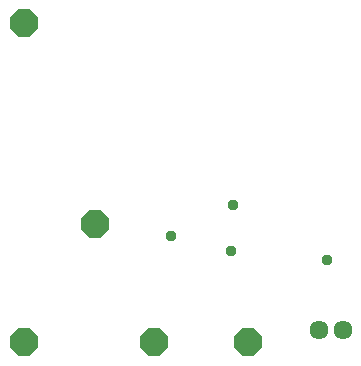
<source format=gbr>
G04 EAGLE Gerber RS-274X export*
G75*
%MOMM*%
%FSLAX34Y34*%
%LPD*%
%INSoldermask Bottom*%
%IPPOS*%
%AMOC8*
5,1,8,0,0,1.08239X$1,22.5*%
G01*
%ADD10P,2.556822X8X22.500000*%
%ADD11C,1.611200*%
%ADD12C,0.959600*%


D10*
X84000Y126000D03*
X24000Y26000D03*
X24000Y296000D03*
D11*
X274000Y36000D03*
X294000Y36000D03*
D10*
X214000Y26000D03*
X134000Y26000D03*
D12*
X148736Y115600D03*
X199600Y103472D03*
X280784Y95344D03*
X201568Y141984D03*
M02*

</source>
